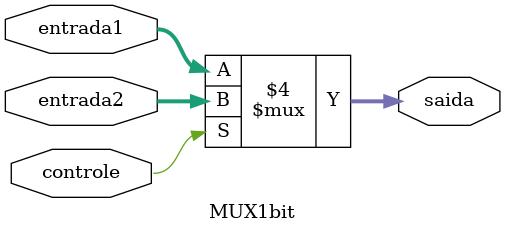
<source format=v>
module MUX1bit(controle, entrada1, entrada2, saida);
    input controle;
    input [7:0] entrada1, entrada2;
    output reg[7:0] saida;

    always @(*) begin
        if(!controle) begin
            saida = entrada1;
        end
        else begin
            saida = entrada2;
        end
    end

endmodule
</source>
